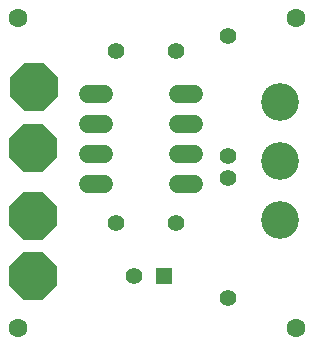
<source format=gts>
G75*
G70*
%OFA0B0*%
%FSLAX24Y24*%
%IPPOS*%
%LPD*%
%AMOC8*
5,1,8,0,0,1.08239X$1,22.5*
%
%ADD10C,0.0631*%
%ADD11C,0.0600*%
%ADD12C,0.0556*%
%ADD13R,0.0556X0.0556*%
%ADD14C,0.1261*%
%ADD15OC8,0.1580*%
D10*
X000931Y000851D03*
X010181Y000851D03*
X010181Y011201D03*
X000931Y011201D03*
D11*
X003274Y008667D02*
X003794Y008667D01*
X003794Y007667D02*
X003274Y007667D01*
X003274Y006667D02*
X003794Y006667D01*
X003794Y005667D02*
X003274Y005667D01*
X006274Y005667D02*
X006794Y005667D01*
X006794Y006667D02*
X006274Y006667D01*
X006274Y007667D02*
X006794Y007667D01*
X006794Y008667D02*
X006274Y008667D01*
D12*
X006181Y010101D03*
X007931Y010601D03*
X007931Y006601D03*
X007931Y005851D03*
X006181Y004351D03*
X004783Y002603D03*
X004181Y004351D03*
X007931Y001851D03*
X004181Y010101D03*
D13*
X005783Y002603D03*
D14*
X009660Y004465D03*
X009660Y006434D03*
X009660Y008402D03*
D15*
X001445Y008883D03*
X001431Y006851D03*
X001431Y004601D03*
X001431Y002601D03*
M02*

</source>
